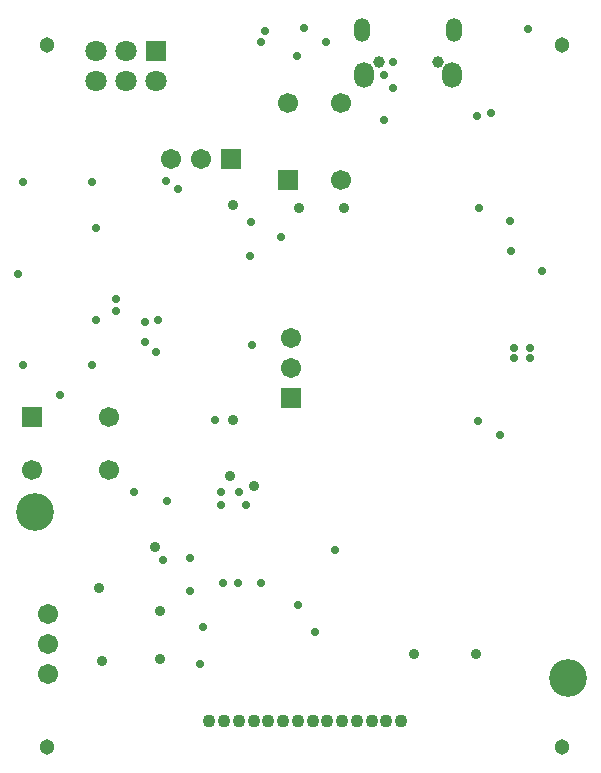
<source format=gbr>
%TF.GenerationSoftware,Altium Limited,Altium Designer,21.6.4 (81)*%
G04 Layer_Color=16711935*
%FSLAX43Y43*%
%MOMM*%
%TF.SameCoordinates,B20EAAAA-7FFA-483C-807E-B1D6702B97A4*%
%TF.FilePolarity,Negative*%
%TF.FileFunction,Soldermask,Bot*%
%TF.Part,Single*%
G01*
G75*
%TA.AperFunction,ComponentPad*%
%ADD62C,1.701*%
%ADD63R,1.701X1.701*%
%ADD64C,1.103*%
%ADD65O,1.653X2.203*%
%ADD66O,1.353X2.003*%
%ADD67C,1.003*%
%ADD68R,1.803X1.803*%
%ADD69C,1.803*%
%TA.AperFunction,WasherPad*%
%ADD70C,1.303*%
%TA.AperFunction,ComponentPad*%
%ADD71C,1.703*%
%ADD72R,1.701X1.701*%
%ADD73R,1.703X1.703*%
%ADD74R,1.703X1.703*%
%TA.AperFunction,ViaPad*%
%ADD75C,0.703*%
%ADD76C,0.903*%
%ADD77C,3.203*%
D62*
X23550Y57650D02*
D03*
X28050D02*
D03*
Y51150D02*
D03*
X1900Y26600D02*
D03*
X8400D02*
D03*
Y31100D02*
D03*
D63*
X23550Y51150D02*
D03*
D64*
X16900Y5350D02*
D03*
X18150D02*
D03*
X19400D02*
D03*
X20650D02*
D03*
X21900D02*
D03*
X23150D02*
D03*
X24400D02*
D03*
X25650D02*
D03*
X26900D02*
D03*
X28150D02*
D03*
X29400D02*
D03*
X30650D02*
D03*
X31900D02*
D03*
X33150D02*
D03*
D65*
X37475Y60050D02*
D03*
X30025D02*
D03*
D66*
X37625Y63850D02*
D03*
X29875D02*
D03*
D67*
X36250Y61100D02*
D03*
X31250D02*
D03*
D68*
X12400Y62040D02*
D03*
D69*
Y59500D02*
D03*
X9860Y62040D02*
D03*
Y59500D02*
D03*
X7320Y62040D02*
D03*
Y59500D02*
D03*
D70*
X3200Y62550D02*
D03*
Y3150D02*
D03*
X46800D02*
D03*
Y62550D02*
D03*
D71*
X3250Y14380D02*
D03*
Y11840D02*
D03*
Y9300D02*
D03*
X16240Y52950D02*
D03*
X13700D02*
D03*
X23800Y35210D02*
D03*
Y37750D02*
D03*
D72*
X1900Y31100D02*
D03*
D73*
X18780Y52950D02*
D03*
D74*
X23800Y32670D02*
D03*
D75*
X12600Y39300D02*
D03*
X20400Y47550D02*
D03*
X39650Y30700D02*
D03*
X41550Y29550D02*
D03*
X10550Y24750D02*
D03*
X21300Y17000D02*
D03*
X19350D02*
D03*
X18050D02*
D03*
X4250Y32950D02*
D03*
X13000Y18950D02*
D03*
X12400Y36550D02*
D03*
X31700Y56200D02*
D03*
X20372Y44700D02*
D03*
X24400Y15175D02*
D03*
X19400Y24750D02*
D03*
X42450Y45150D02*
D03*
X39700Y48800D02*
D03*
X42350Y47700D02*
D03*
X42700Y36100D02*
D03*
X44100Y36900D02*
D03*
X39600Y56550D02*
D03*
X40800Y56800D02*
D03*
X44100Y36100D02*
D03*
X42700Y36900D02*
D03*
X45100Y43450D02*
D03*
X20500Y37150D02*
D03*
X16350Y13300D02*
D03*
X25850Y12850D02*
D03*
X27550Y19850D02*
D03*
X11500Y37450D02*
D03*
X24350Y61650D02*
D03*
X16150Y10150D02*
D03*
X21250Y62800D02*
D03*
X26800Y62850D02*
D03*
X24900Y64050D02*
D03*
X21650Y63800D02*
D03*
X32450Y58950D02*
D03*
X31700Y60050D02*
D03*
X32450Y61100D02*
D03*
X43850Y63900D02*
D03*
X23000Y46350D02*
D03*
X14275Y50425D02*
D03*
X13200Y51050D02*
D03*
X17350Y30850D02*
D03*
X750Y43200D02*
D03*
X7350Y39300D02*
D03*
X7000Y35450D02*
D03*
X1100D02*
D03*
X1150Y51000D02*
D03*
X6950D02*
D03*
X7350Y47100D02*
D03*
X15300Y19150D02*
D03*
Y16350D02*
D03*
X13286Y23964D02*
D03*
X20000Y23650D02*
D03*
X17900D02*
D03*
Y24750D02*
D03*
X11500Y39150D02*
D03*
X9000Y40050D02*
D03*
Y41100D02*
D03*
D76*
X18900Y49050D02*
D03*
X28300Y48750D02*
D03*
X24500Y48800D02*
D03*
X18950Y30850D02*
D03*
X34200Y11050D02*
D03*
X39450D02*
D03*
X7600Y16600D02*
D03*
X12750Y10600D02*
D03*
X12775Y14625D02*
D03*
X7850Y10400D02*
D03*
X12300Y20050D02*
D03*
X20650Y25200D02*
D03*
X18700Y26050D02*
D03*
D77*
X47250Y9000D02*
D03*
X2150Y23050D02*
D03*
%TF.MD5,1e85a228fac41c7936a81a8d7ba586e8*%
M02*

</source>
